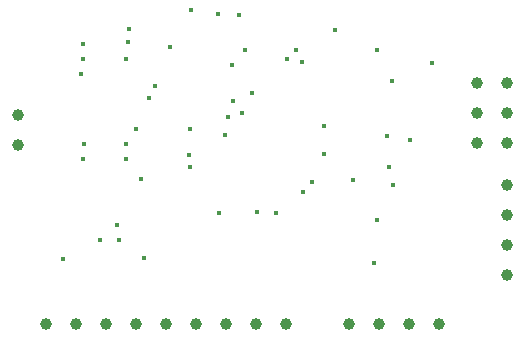
<source format=gbr>
%TF.GenerationSoftware,KiCad,Pcbnew,9.0.5*%
%TF.CreationDate,2025-10-31T12:22:58+09:00*%
%TF.ProjectId,MCU_Datalogger,4d43555f-4461-4746-916c-6f676765722e,1*%
%TF.SameCoordinates,Original*%
%TF.FileFunction,Plated,1,4,PTH,Drill*%
%TF.FilePolarity,Positive*%
%FSLAX46Y46*%
G04 Gerber Fmt 4.6, Leading zero omitted, Abs format (unit mm)*
G04 Created by KiCad (PCBNEW 9.0.5) date 2025-10-31 12:22:58*
%MOMM*%
%LPD*%
G01*
G04 APERTURE LIST*
%TA.AperFunction,ViaDrill*%
%ADD10C,0.400000*%
%TD*%
%TA.AperFunction,ComponentDrill*%
%ADD11C,1.000000*%
%TD*%
G04 APERTURE END LIST*
D10*
X145414986Y-81448713D03*
X146939000Y-65786000D03*
X147066000Y-63246000D03*
X147066000Y-64516000D03*
X147066000Y-73025000D03*
X147193000Y-71755000D03*
X148527000Y-79883000D03*
X149987000Y-78613000D03*
X150114000Y-79883000D03*
X150749000Y-64516000D03*
X150749000Y-71755000D03*
X150749000Y-73025000D03*
X150876000Y-63119000D03*
X151003000Y-61976000D03*
X151574000Y-70485000D03*
X152019000Y-74676000D03*
X152273000Y-81407000D03*
X152654000Y-67818000D03*
X153199754Y-66862930D03*
X154432000Y-63500000D03*
X156083000Y-72644000D03*
X156122614Y-70524614D03*
X156173000Y-73660000D03*
X156210000Y-60386000D03*
X158496000Y-60706000D03*
X158623000Y-77597000D03*
X159131000Y-70993000D03*
X159385000Y-69469000D03*
X159684500Y-65024000D03*
X159766000Y-68072000D03*
X160274000Y-60833000D03*
X160528000Y-69088000D03*
X160782000Y-63754000D03*
X161384085Y-67474001D03*
X161798000Y-77470000D03*
X163449000Y-77597000D03*
X164322181Y-64531819D03*
X165100000Y-63754000D03*
X165608000Y-64770000D03*
X165735000Y-75819000D03*
X166497000Y-74930000D03*
X167513000Y-70201000D03*
X167513000Y-72601000D03*
X168402000Y-62103000D03*
X169926000Y-74803000D03*
X171704000Y-81788000D03*
X171958000Y-63754000D03*
X171958000Y-78168000D03*
X172795364Y-71044636D03*
X172974000Y-73660000D03*
X173228000Y-66421000D03*
X173355000Y-75184000D03*
X174752000Y-71374000D03*
X176657000Y-64897000D03*
D11*
%TO.C,BAT1*%
X141605000Y-69337000D03*
X141605000Y-71877000D03*
%TO.C,J2*%
X143953000Y-86995000D03*
X146493000Y-86995000D03*
X149033000Y-86995000D03*
X151573000Y-86995000D03*
X154113000Y-86995000D03*
X156653000Y-86995000D03*
X159193000Y-86995000D03*
X161733000Y-86995000D03*
X164273000Y-86995000D03*
%TO.C,J3*%
X169607000Y-86995000D03*
X172147000Y-86995000D03*
X174687000Y-86995000D03*
X177227000Y-86995000D03*
%TO.C,J4*%
X180457000Y-66548000D03*
X180457000Y-69088000D03*
X180457000Y-71628000D03*
X182997000Y-66548000D03*
X182997000Y-69088000D03*
X182997000Y-71628000D03*
%TO.C,J1*%
X183007000Y-75184000D03*
X183007000Y-77724000D03*
X183007000Y-80264000D03*
X183007000Y-82804000D03*
M02*

</source>
